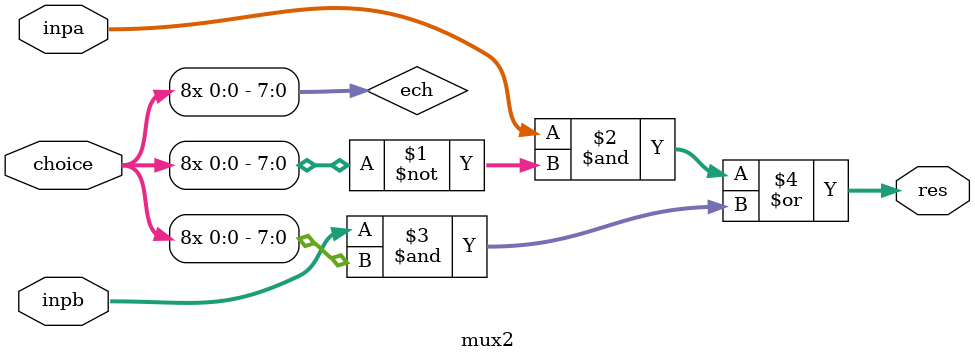
<source format=v>
module mux2 #(parameter WIDTH=8)
    (
        input [WIDTH-1:0] inpa,
        input [WIDTH-1:0] inpb,
        input choice,
        output [WIDTH-1:0] res
    );
    
    wire [WIDTH-1:0] ech;
    
    assign ech={WIDTH{choice}};
    
    assign res=(inpa&~ech)|(inpb&ech);
endmodule
</source>
